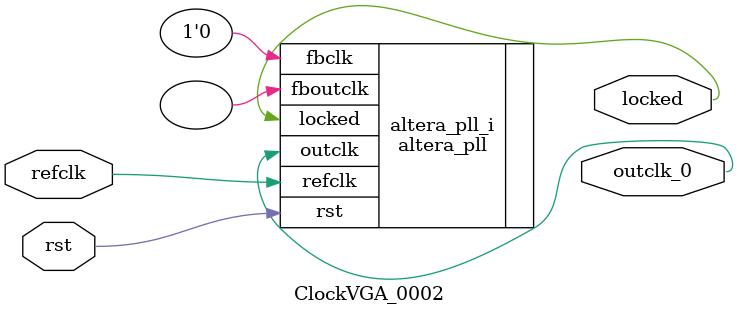
<source format=v>
`timescale 1ns/10ps
module  ClockVGA_0002(

	// interface 'refclk'
	input wire refclk,

	// interface 'reset'
	input wire rst,

	// interface 'outclk0'
	output wire outclk_0,

	// interface 'locked'
	output wire locked
);

	altera_pll #(
		.fractional_vco_multiplier("false"),
		.reference_clock_frequency("50.0 MHz"),
		.operation_mode("direct"),
		.number_of_clocks(1),
		.output_clock_frequency0("85.500000 MHz"),
		.phase_shift0("0 ps"),
		.duty_cycle0(50),
		.output_clock_frequency1("0 MHz"),
		.phase_shift1("0 ps"),
		.duty_cycle1(50),
		.output_clock_frequency2("0 MHz"),
		.phase_shift2("0 ps"),
		.duty_cycle2(50),
		.output_clock_frequency3("0 MHz"),
		.phase_shift3("0 ps"),
		.duty_cycle3(50),
		.output_clock_frequency4("0 MHz"),
		.phase_shift4("0 ps"),
		.duty_cycle4(50),
		.output_clock_frequency5("0 MHz"),
		.phase_shift5("0 ps"),
		.duty_cycle5(50),
		.output_clock_frequency6("0 MHz"),
		.phase_shift6("0 ps"),
		.duty_cycle6(50),
		.output_clock_frequency7("0 MHz"),
		.phase_shift7("0 ps"),
		.duty_cycle7(50),
		.output_clock_frequency8("0 MHz"),
		.phase_shift8("0 ps"),
		.duty_cycle8(50),
		.output_clock_frequency9("0 MHz"),
		.phase_shift9("0 ps"),
		.duty_cycle9(50),
		.output_clock_frequency10("0 MHz"),
		.phase_shift10("0 ps"),
		.duty_cycle10(50),
		.output_clock_frequency11("0 MHz"),
		.phase_shift11("0 ps"),
		.duty_cycle11(50),
		.output_clock_frequency12("0 MHz"),
		.phase_shift12("0 ps"),
		.duty_cycle12(50),
		.output_clock_frequency13("0 MHz"),
		.phase_shift13("0 ps"),
		.duty_cycle13(50),
		.output_clock_frequency14("0 MHz"),
		.phase_shift14("0 ps"),
		.duty_cycle14(50),
		.output_clock_frequency15("0 MHz"),
		.phase_shift15("0 ps"),
		.duty_cycle15(50),
		.output_clock_frequency16("0 MHz"),
		.phase_shift16("0 ps"),
		.duty_cycle16(50),
		.output_clock_frequency17("0 MHz"),
		.phase_shift17("0 ps"),
		.duty_cycle17(50),
		.pll_type("General"),
		.pll_subtype("General")
	) altera_pll_i (
		.rst	(rst),
		.outclk	({outclk_0}),
		.locked	(locked),
		.fboutclk	( ),
		.fbclk	(1'b0),
		.refclk	(refclk)
	);
endmodule


</source>
